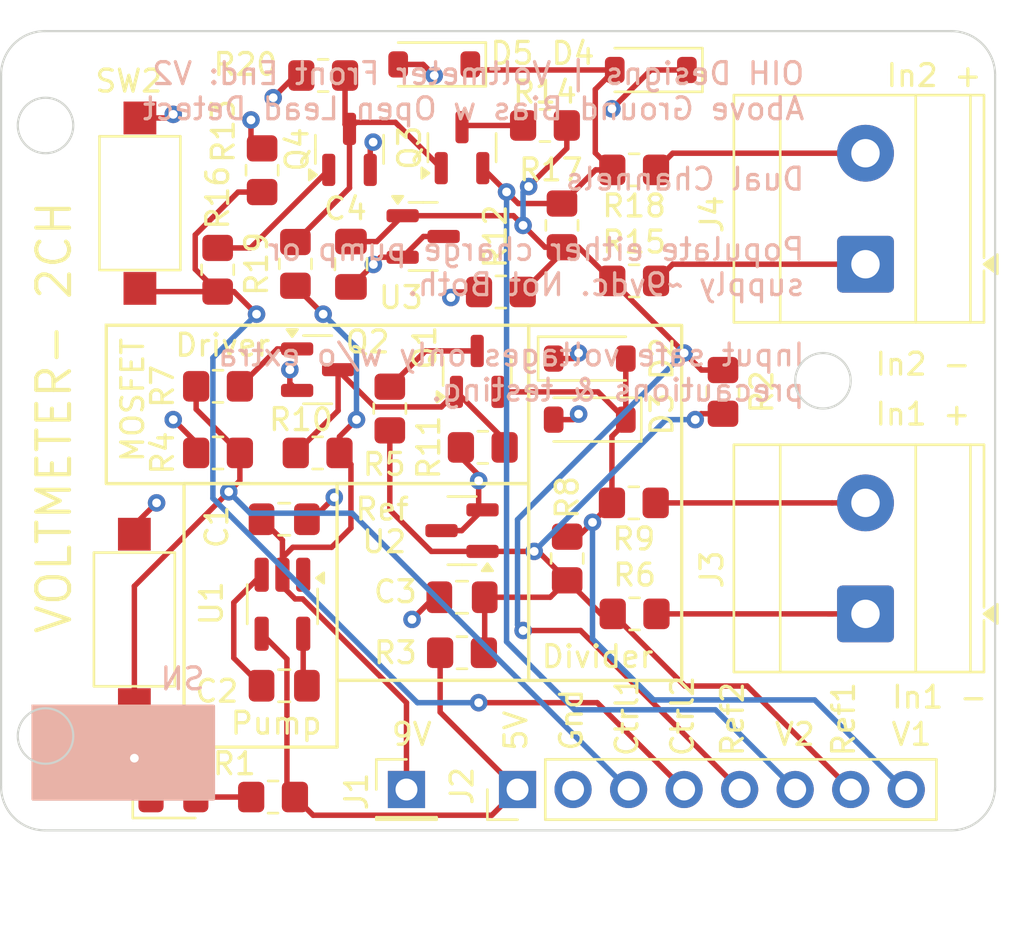
<source format=kicad_pcb>
(kicad_pcb (version 20241229) (generator "pcbnew") (generator_version "9.0")
  (layers (0 "F.Cu" signal) (4 "In1.Cu" signal) (6 "In2.Cu" signal) (2 "B.Cu" signal) (13 "F.Paste" user) (15 "B.Paste" user) (5 "F.SilkS" user "F.Silkscreen") (7 "B.SilkS" user "B.Silkscreen") (1 "F.Mask" user) (3 "B.Mask" user) (25 "Edge.Cuts" user))
  (net 0 "")
  (net 1 "GND")
  (net 2 "+9V")
  (net 3 "VDD")
  (net 4 "/ADC-1")
  (net 5 "MOSFET_Ctrl")
  (net 6 "/V Ref to ADS-2")
  (net 7 "/ADC-3")
  (net 8 "MOSFET_Ctrl2")
  (net 9 "/V Ref to ADS-0")
  (net 10 "/Volt Conditioner/V_Input_Ref")
  (net 11 "/Volt Conditioner/V_Input_Float")
  (net 12 "/Volt Conditioner1/V_Input_Float")
  (net 13 "/Volt Conditioner1/V_Input_Ref")
  (net 14 "Net-(U1-C1-)")
  (net 15 "Net-(U1-C1+)")
  (net 16 "Net-(D1-A)")
  (net 17 "Net-(Q1-D)")
  (net 18 "Net-(Q1-G)")
  (net 19 "Net-(Q2-B)")
  (net 20 "Net-(Q3-G)")
  (net 21 "Net-(Q3-D)")
  (net 22 "Net-(Q4-B)")
  (footprint "Connector_PinHeader_2.54mm:PinHeader_1x01_P2.54mm_Vertical" (layer "F.Cu") (at 111.76 85)
    (property "Reference" "J1" (at -2.286 0.09 90) (layer "F.SilkS"))
    (property "Value" "Conn_01x01_Pin")
    (pad "1" thru_hole rect (at 0 0) (size 1.7 1.7) (drill 1) (layers "*.Cu" "*.Mask") (net 2 "+9V"))
  )
  (footprint "Diode_SMD:D_SOD-123" (layer "F.Cu") (at 113.03 51.816 180)
    (property "Reference" "D5" (at -3.556 0.508 180) (layer "F.SilkS"))
    (property "Value" "D_Schottky")
    (pad "1" smd roundrect (at -1.65 0 180) (size 0.9 1.2) (layers "F.Cu" "F.Mask" "F.Paste") (net 6 "/V Ref to ADS-2"))
    (pad "2" smd roundrect (at 1.65 0 180) (size 0.9 1.2) (layers "F.Cu" "F.Mask" "F.Paste") (net 1 "GND"))
  )
  (footprint "Diode_SMD:D_SOD-123" (layer "F.Cu") (at 120.142 68.072 180)
    (property "Reference" "D3" (at -3.302 0.254 90) (layer "F.SilkS"))
    (property "Value" "D_Schottky")
    (pad "1" smd roundrect (at -1.65 0 180) (size 0.9 1.2) (layers "F.Cu" "F.Mask" "F.Paste") (net 9 "/V Ref to ADS-0"))
    (pad "2" smd roundrect (at 1.65 0 180) (size 0.9 1.2) (layers "F.Cu" "F.Mask" "F.Paste") (net 1 "GND"))
  )
  (footprint "Package_TO_SOT_SMD:SOT-23" (layer "F.Cu") (at 112.522 59.69)
    (property "Reference" "U3" (at -1.016 2.794 0) (layer "F.SilkS"))
    (property "Value" "LM4040DBZ-2.5")
    (pad "1" smd roundrect (at -0.9375 -0.95) (size 1.475 0.6) (layers "F.Cu" "F.Mask" "F.Paste") (net 7 "/ADC-3"))
    (pad "2" smd roundrect (at -0.9375 0.95) (size 1.475 0.6) (layers "F.Cu" "F.Mask" "F.Paste") (net 1 "GND"))
    (pad "3" smd roundrect (at 0.9375 0) (size 1.475 0.6) (layers "F.Cu" "F.Mask" "F.Paste") (net 1 "GND"))
  )
  (footprint "Package_TO_SOT_SMD:SOT-23" (layer "F.Cu") (at 114.3 55.626 90)
    (property "Reference" "Q3" (at 0 -2.4 90) (layer "F.SilkS"))
    (property "Value" "AO3400A MOSFET")
    (pad "1" smd roundrect (at -0.9375 -0.95 90) (size 1.475 0.6) (layers "F.Cu" "F.Mask" "F.Paste") (net 20 "Net-(Q3-G)"))
    (pad "2" smd roundrect (at -0.9375 0.95 90) (size 1.475 0.6) (layers "F.Cu" "F.Mask" "F.Paste") (net 6 "/V Ref to ADS-2"))
    (pad "3" smd roundrect (at 0.9375 0 90) (size 1.475 0.6) (layers "F.Cu" "F.Mask" "F.Paste") (net 21 "Net-(Q3-D)"))
  )
  (footprint "Resistor_SMD:R_0805_2012Metric_Pad1.20x1.40mm_HandSolder" (layer "F.Cu") (at 122.174 56.642 180)
    (property "Reference" "R18" (at 0 -1.65 0) (layer "F.SilkS"))
    (property "Value" "499.0K")
    (pad "1" smd roundrect (at -1 0 180) (size 1.2 1.4) (layers "F.Cu" "F.Mask" "F.Paste") (roundrect_rratio 0.208333) (net 12 "/Volt Conditioner1/V_Input_Float"))
    (pad "2" smd roundrect (at 1 0 180) (size 1.2 1.4) (layers "F.Cu" "F.Mask" "F.Paste") (roundrect_rratio 0.208333) (net 6 "/V Ref to ADS-2"))
  )
  (footprint "Resistor_SMD:R_0805_2012Metric_Pad1.20x1.40mm_HandSolder" (layer "F.Cu") (at 110.998 67.564 -90)
    (property "Reference" "R5" (at 2.556 0.254 0) (layer "F.SilkS"))
    (property "Value" "15K")
    (pad "1" smd roundrect (at -1 0 270) (size 1.2 1.4) (layers "F.Cu" "F.Mask" "F.Paste") (roundrect_rratio 0.208333) (net 17 "Net-(Q1-D)"))
    (pad "2" smd roundrect (at 1 0 270) (size 1.2 1.4) (layers "F.Cu" "F.Mask" "F.Paste") (roundrect_rratio 0.208333) (net 4 "/ADC-1"))
  )
  (footprint "Resistor_SMD:R_0805_2012Metric_Pad1.20x1.40mm_HandSolder" (layer "F.Cu") (at 106.68 60.944 -90)
    (property "Reference" "R19" (at 0 1.778 90) (layer "F.SilkS"))
    (property "Value" "10K")
    (pad "1" smd roundrect (at -1 0 270) (size 1.2 1.4) (layers "F.Cu" "F.Mask" "F.Paste") (roundrect_rratio 0.208333) (net 20 "Net-(Q3-G)"))
    (pad "2" smd roundrect (at 1 0 270) (size 1.2 1.4) (layers "F.Cu" "F.Mask" "F.Paste") (roundrect_rratio 0.208333) (net 2 "+9V"))
  )
  (footprint "Button_Switch_SMD:SW_SPST_CK_RS282G05A3" (layer "F.Cu") (at 99.568 58.166 90)
    (property "Reference" "SW2" (at 5.588 -0.508 180) (layer "F.SilkS"))
    (property "Value" "SW_Push")
    (pad "1" smd rect (at -3.9 0 90) (size 1.5 1.5) (layers "F.Cu" "F.Mask" "F.Paste") (net 8 "MOSFET_Ctrl2"))
    (pad "2" smd rect (at 3.9 0 90) (size 1.5 1.5) (layers "F.Cu" "F.Mask" "F.Paste") (net 1 "GND"))
  )
  (footprint "Resistor_SMD:R_0805_2012Metric_Pad1.20x1.40mm_HandSolder" (layer "F.Cu") (at 107.95 52.324)
    (property "Reference" "R20" (at -3.556 -0.508 0) (layer "F.SilkS"))
    (property "Value" "100K")
    (pad "1" smd roundrect (at -1 0) (size 1.2 1.4) (layers "F.Cu" "F.Mask" "F.Paste") (roundrect_rratio 0.208333) (net 1 "GND"))
    (pad "2" smd roundrect (at 1 0) (size 1.2 1.4) (layers "F.Cu" "F.Mask" "F.Paste") (roundrect_rratio 0.208333) (net 20 "Net-(Q3-G)"))
  )
  (footprint "Resistor_SMD:R_0805_2012Metric_Pad1.20x1.40mm_HandSolder" (layer "F.Cu") (at 119.11 74.427 90)
    (property "Reference" "R8" (at 2.794 0 90) (layer "F.SilkS"))
    (property "Value" "1M")
    (pad "1" smd roundrect (at -1 0 90) (size 1.2 1.4) (layers "F.Cu" "F.Mask" "F.Paste") (roundrect_rratio 0.208333) (net 4 "/ADC-1"))
    (pad "2" smd roundrect (at 1 0 90) (size 1.2 1.4) (layers "F.Cu" "F.Mask" "F.Paste") (roundrect_rratio 0.208333) (net 9 "/V Ref to ADS-0"))
  )
  (footprint "Resistor_SMD:R_0805_2012Metric_Pad1.20x1.40mm_HandSolder" (layer "F.Cu") (at 118.094 54.61)
    (property "Reference" "R14" (at 0 -1.524 0) (layer "F.SilkS"))
    (property "Value" "15K")
    (pad "1" smd roundrect (at -1 0) (size 1.2 1.4) (layers "F.Cu" "F.Mask" "F.Paste") (roundrect_rratio 0.208333) (net 21 "Net-(Q3-D)"))
    (pad "2" smd roundrect (at 1 0) (size 1.2 1.4) (layers "F.Cu" "F.Mask" "F.Paste") (roundrect_rratio 0.208333) (net 7 "/ADC-3"))
  )
  (footprint "Resistor_SMD:R_0805_2012Metric_Pad1.20x1.40mm_HandSolder" (layer "F.Cu") (at 126.238 66.802 90)
    (property "Reference" "R2" (at 0 1.778 90) (layer "F.SilkS"))
    (property "Value" "0")
    (pad "1" smd roundrect (at -1 0 90) (size 1.2 1.4) (layers "F.Cu" "F.Mask" "F.Paste") (roundrect_rratio 0.208333) (net 4 "/ADC-1"))
    (pad "2" smd roundrect (at 1 0 90) (size 1.2 1.4) (layers "F.Cu" "F.Mask" "F.Paste") (roundrect_rratio 0.208333) (net 7 "/ADC-3"))
  )
  (footprint "Resistor_SMD:R_0805_2012Metric_Pad1.20x1.40mm_HandSolder" (layer "F.Cu") (at 118.872 59.182 90)
    (property "Reference" "R17" (at 2.54 -0.508 180) (layer "F.SilkS"))
    (property "Value" "1M")
    (pad "1" smd roundrect (at -1 0 90) (size 1.2 1.4) (layers "F.Cu" "F.Mask" "F.Paste") (roundrect_rratio 0.208333) (net 7 "/ADC-3"))
    (pad "2" smd roundrect (at 1 0 90) (size 1.2 1.4) (layers "F.Cu" "F.Mask" "F.Paste") (roundrect_rratio 0.208333) (net 6 "/V Ref to ADS-2"))
  )
  (footprint "Package_TO_SOT_SMD:SOT-23" (layer "F.Cu") (at 107.696 65.786)
    (property "Reference" "Q2" (at 2.286 -1.27 0) (layer "F.SilkS"))
    (property "Value" "MMBT3904")
    (pad "1" smd roundrect (at -0.9375 -0.95) (size 1.475 0.6) (layers "F.Cu" "F.Mask" "F.Paste") (net 19 "Net-(Q2-B)"))
    (pad "2" smd roundrect (at -0.9375 0.95) (size 1.475 0.6) (layers "F.Cu" "F.Mask" "F.Paste") (net 1 "GND"))
    (pad "3" smd roundrect (at 0.9375 0) (size 1.475 0.6) (layers "F.Cu" "F.Mask" "F.Paste") (net 18 "Net-(Q1-G)"))
  )
  (footprint "Capacitor_SMD:C_0805_2012Metric_Pad1.18x1.45mm_HandSolder" (layer "F.Cu") (at 106.1685 80.24994)
    (property "Reference" "C2" (at -3.0825 0.25 180) (layer "F.SilkS"))
    (property "Value" "4.7uF")
    (pad "1" smd roundrect (at -1.0375 0) (size 1.175 1.45) (layers "F.Cu" "F.Mask" "F.Paste") (roundrect_rratio 0.212766) (net 14 "Net-(U1-C1-)"))
    (pad "2" smd roundrect (at 1.0375 0) (size 1.175 1.45) (layers "F.Cu" "F.Mask" "F.Paste") (roundrect_rratio 0.212766) (net 15 "Net-(U1-C1+)"))
  )
  (footprint "Resistor_SMD:R_0805_2012Metric_Pad1.20x1.40mm_HandSolder" (layer "F.Cu") (at 105.657 85.344 180)
    (property "Reference" "R1" (at 1.771 1.524 0) (layer "F.SilkS"))
    (property "Value" "1K")
    (pad "1" smd roundrect (at -1 0 180) (size 1.2 1.4) (layers "F.Cu" "F.Mask" "F.Paste") (roundrect_rratio 0.208333) (net 3 "VDD"))
    (pad "2" smd roundrect (at 1 0 180) (size 1.2 1.4) (layers "F.Cu" "F.Mask" "F.Paste") (roundrect_rratio 0.208333) (net 16 "Net-(D1-A)"))
  )
  (footprint "Package_TO_SOT_SMD:SOT-23" (layer "F.Cu") (at 114.3 73.152 180)
    (property "Reference" "U2" (at 3.556 -0.508 0) (layer "F.SilkS"))
    (property "Value" "LM4040DBZ-2.5")
    (pad "1" smd roundrect (at -0.9375 -0.95 180) (size 1.475 0.6) (layers "F.Cu" "F.Mask" "F.Paste") (net 4 "/ADC-1"))
    (pad "2" smd roundrect (at -0.9375 0.95 180) (size 1.475 0.6) (layers "F.Cu" "F.Mask" "F.Paste") (net 1 "GND"))
    (pad "3" smd roundrect (at 0.9375 0 180) (size 1.475 0.6) (layers "F.Cu" "F.Mask" "F.Paste") (net 1 "GND"))
  )
  (footprint "Button_Switch_SMD:SW_SPST_CK_RS282G05A3" (layer "F.Cu") (at 99.314 77.216 90)
    (property "Reference" "SW1" (at -6.604 -1.27 90) (layer "F.SilkS"))
    (property "Value" "SW_Push")
    (pad "1" smd rect (at -3.9 0 90) (size 1.5 1.5) (layers "F.Cu" "F.Mask" "F.Paste") (net 5 "MOSFET_Ctrl"))
    (pad "2" smd rect (at 3.9 0 90) (size 1.5 1.5) (layers "F.Cu" "F.Mask" "F.Paste") (net 1 "GND"))
  )
  (footprint "Package_TO_SOT_SMD:SOT-23-5_HandSoldering" (layer "F.Cu") (at 106.086 76.51994 -90)
    (property "Reference" "U1" (at -0.045 3.25 90) (layer "F.SilkS"))
    (property "Value" "MAX1683")
    (pad "1" smd roundrect (at -1.35 -0.95 270) (size 1.56 0.65) (layers "F.Cu" "F.Mask" "F.Paste") (net 1 "GND"))
    (pad "2" smd roundrect (at -1.35 0 270) (size 1.56 0.65) (layers "F.Cu" "F.Mask" "F.Paste") (net 2 "+9V"))
    (pad "3" smd roundrect (at -1.35 0.95 270) (size 1.56 0.65) (layers "F.Cu" "F.Mask" "F.Paste") (net 14 "Net-(U1-C1-)"))
    (pad "4" smd roundrect (at 1.35 0.95 270) (size 1.56 0.65) (layers "F.Cu" "F.Mask" "F.Paste") (net 3 "VDD"))
    (pad "5" smd roundrect (at 1.35 -0.95 270) (size 1.56 0.65) (layers "F.Cu" "F.Mask" "F.Paste") (net 15 "Net-(U1-C1+)"))
  )
  (footprint "Diode_SMD:D_SOD-123" (layer "F.Cu") (at 122.936 52.07 180)
    (property "Reference" "D4" (at 3.556 0.762 180) (layer "F.SilkS"))
    (property "Value" "D_Schottky")
    (pad "1" smd roundrect (at -1.65 0 180) (size 0.9 1.2) (layers "F.Cu" "F.Mask" "F.Paste") (net 3 "VDD"))
    (pad "2" smd roundrect (at 1.65 0 180) (size 0.9 1.2) (layers "F.Cu" "F.Mask" "F.Paste") (net 6 "/V Ref to ADS-2"))
  )
  (footprint "Resistor_SMD:R_0805_2012Metric_Pad1.20x1.40mm_HandSolder" (layer "F.Cu") (at 114.3 78.74)
    (property "Reference" "R3" (at -3.048 0 0) (layer "F.SilkS"))
    (property "Value" "4.7K")
    (pad "1" smd roundrect (at -1 0) (size 1.2 1.4) (layers "F.Cu" "F.Mask" "F.Paste") (roundrect_rratio 0.208333) (net 3 "VDD"))
    (pad "2" smd roundrect (at 1 0) (size 1.2 1.4) (layers "F.Cu" "F.Mask" "F.Paste") (roundrect_rratio 0.208333) (net 4 "/ADC-1"))
  )
  (footprint "Resistor_SMD:R_0805_2012Metric_Pad1.20x1.40mm_HandSolder" (layer "F.Cu") (at 107.696 69.596)
    (property "Reference" "R10" (at -0.762 -1.524 180) (layer "F.SilkS"))
    (property "Value" "10K")
    (pad "1" smd roundrect (at -1 0) (size 1.2 1.4) (layers "F.Cu" "F.Mask" "F.Paste") (roundrect_rratio 0.208333) (net 18 "Net-(Q1-G)"))
    (pad "2" smd roundrect (at 1 0) (size 1.2 1.4) (layers "F.Cu" "F.Mask" "F.Paste") (roundrect_rratio 0.208333) (net 2 "+9V"))
  )
  (footprint "Capacitor_SMD:C_0805_2012Metric_Pad1.18x1.45mm_HandSolder" (layer "F.Cu") (at 114.3 76.2)
    (property "Reference" "C3" (at -3.048 -0.254 0) (layer "F.SilkS"))
    (property "Value" "0.1uF")
    (pad "1" smd roundrect (at -1.0375 0) (size 1.175 1.45) (layers "F.Cu" "F.Mask" "F.Paste") (roundrect_rratio 0.212766) (net 1 "GND"))
    (pad "2" smd roundrect (at 1.0375 0) (size 1.175 1.45) (layers "F.Cu" "F.Mask" "F.Paste") (roundrect_rratio 0.212766) (net 4 "/ADC-1"))
  )
  (footprint "Capacitor_SMD:C_0805_2012Metric_Pad1.18x1.45mm_HandSolder" (layer "F.Cu") (at 106.1685 72.62994 180)
    (property "Reference" "C1" (at 3.0825 -0.345 270) (layer "F.SilkS"))
    (property "Value" "4.7uF")
    (pad "1" smd roundrect (at -1.0375 0 180) (size 1.175 1.45) (layers "F.Cu" "F.Mask" "F.Paste") (roundrect_rratio 0.212766) (net 1 "GND"))
    (pad "2" smd roundrect (at 1.0375 0 180) (size 1.175 1.45) (layers "F.Cu" "F.Mask" "F.Paste") (roundrect_rratio 0.212766) (net 2 "+9V"))
  )
  (footprint "TerminalBlock_Phoenix:TerminalBlock_Phoenix_MKDS-3-2-5.08_1x02_P5.08mm_Horizontal" (layer "F.Cu") (at 132.7555 76.962 90)
    (property "Reference" "J3" (at 2.032 -7.0255 270) (layer "F.SilkS"))
    (property "Value" "Barrel_Jack")
    (pad "1" thru_hole roundrect (at 0 0 90) (size 2.6 2.6) (drill 1.3) (layers "*.Cu" "*.Mask") (roundrect_rratio 0.096154) (net 10 "/Volt Conditioner/V_Input_Ref"))
    (pad "2" thru_hole circle (at 5.08 0 90) (size 2.6 2.6) (drill 1.3) (layers "*.Cu" "*.Mask") (net 11 "/Volt Conditioner/V_Input_Float"))
  )
  (footprint "Resistor_SMD:R_0805_2012Metric_Pad1.20x1.40mm_HandSolder" (layer "F.Cu") (at 105.156 56.658 -90)
    (property "Reference" "R13" (at -1.794 1.778 90) (layer "F.SilkS"))
    (property "Value" "10K")
    (pad "1" smd roundrect (at -1 0 270) (size 1.2 1.4) (layers "F.Cu" "F.Mask" "F.Paste") (roundrect_rratio 0.208333) (net 3 "VDD"))
    (pad "2" smd roundrect (at 1 0 270) (size 1.2 1.4) (layers "F.Cu" "F.Mask" "F.Paste") (roundrect_rratio 0.208333) (net 8 "MOSFET_Ctrl2"))
  )
  (footprint "Resistor_SMD:R_0805_2012Metric_Pad1.20x1.40mm_HandSolder" (layer "F.Cu") (at 122.158 71.882 180)
    (property "Reference" "R9" (at 0 -1.65 0) (layer "F.SilkS"))
    (property "Value" "499.0K")
    (pad "1" smd roundrect (at -1 0 180) (size 1.2 1.4) (layers "F.Cu" "F.Mask" "F.Paste") (roundrect_rratio 0.208333) (net 11 "/Volt Conditioner/V_Input_Float"))
    (pad "2" smd roundrect (at 1 0 180) (size 1.2 1.4) (layers "F.Cu" "F.Mask" "F.Paste") (roundrect_rratio 0.208333) (net 9 "/V Ref to ADS-0"))
  )
  (footprint "Resistor_SMD:R_0805_2012Metric_Pad1.20x1.40mm_HandSolder" (layer "F.Cu") (at 103.14 69.596)
    (property "Reference" "R4" (at -2.54 0 90) (layer "F.SilkS"))
    (property "Value" "10K")
    (pad "1" smd roundrect (at -1 0) (size 1.2 1.4) (layers "F.Cu" "F.Mask" "F.Paste") (roundrect_rratio 0.208333) (net 3 "VDD"))
    (pad "2" smd roundrect (at 1 0) (size 1.2 1.4) (layers "F.Cu" "F.Mask" "F.Paste") (roundrect_rratio 0.208333) (net 5 "MOSFET_Ctrl"))
  )
  (footprint "Capacitor_SMD:C_0805_2012Metric_Pad1.18x1.45mm_HandSolder" (layer "F.Cu") (at 109.22 60.96 90)
    (property "Reference" "C4" (at 2.54 -0.254 180) (layer "F.SilkS"))
    (property "Value" "0.1uF")
    (pad "1" smd roundrect (at -1.0375 0 90) (size 1.175 1.45) (layers "F.Cu" "F.Mask" "F.Paste") (roundrect_rratio 0.212766) (net 1 "GND"))
    (pad "2" smd roundrect (at 1.0375 0 90) (size 1.175 1.45) (layers "F.Cu" "F.Mask" "F.Paste") (roundrect_rratio 0.212766) (net 7 "/ADC-3"))
  )
  (footprint "TerminalBlock_Phoenix:TerminalBlock_Phoenix_MKDS-3-2-5.08_1x02_P5.08mm_Horizontal" (layer "F.Cu") (at 132.7555 60.96 90)
    (property "Reference" "J4" (at 2.286 -7.0255 270) (layer "F.SilkS"))
    (property "Value" "Barrel_Jack")
    (pad "1" thru_hole roundrect (at 0 0 90) (size 2.6 2.6) (drill 1.3) (layers "*.Cu" "*.Mask") (roundrect_rratio 0.096154) (net 13 "/Volt Conditioner1/V_Input_Ref"))
    (pad "2" thru_hole circle (at 5.08 0 90) (size 2.6 2.6) (drill 1.3) (layers "*.Cu" "*.Mask") (net 12 "/Volt Conditioner1/V_Input_Float"))
  )
  (footprint "Package_TO_SOT_SMD:SOT-23" (layer "F.Cu") (at 114.996 65.8645 90)
    (property "Reference" "Q1" (at 1.0945 -2.4 90) (layer "F.SilkS"))
    (property "Value" "AO3400A MOSFET")
    (pad "1" smd roundrect (at -0.9375 -0.95 90) (size 1.475 0.6) (layers "F.Cu" "F.Mask" "F.Paste") (net 18 "Net-(Q1-G)"))
    (pad "2" smd roundrect (at -0.9375 0.95 90) (size 1.475 0.6) (layers "F.Cu" "F.Mask" "F.Paste") (net 9 "/V Ref to ADS-0"))
    (pad "3" smd roundrect (at 0.9375 0 90) (size 1.475 0.6) (layers "F.Cu" "F.Mask" "F.Paste") (net 17 "Net-(Q1-D)"))
  )
  (footprint "Resistor_SMD:R_0805_2012Metric_Pad1.20x1.40mm_HandSolder" (layer "F.Cu") (at 103.124 61.214 90)
    (property "Reference" "R16" (at 3.302 0 90) (layer "F.SilkS"))
    (property "Value" "22K")
    (pad "1" smd roundrect (at -1 0 90) (size 1.2 1.4) (layers "F.Cu" "F.Mask" "F.Paste") (roundrect_rratio 0.208333) (net 8 "MOSFET_Ctrl2"))
    (pad "2" smd roundrect (at 1 0 90) (size 1.2 1.4) (layers "F.Cu" "F.Mask" "F.Paste") (roundrect_rratio 0.208333) (net 22 "Net-(Q4-B)"))
  )
  (footprint "Connector_PinHeader_2.54mm:PinHeader_1x08_P2.54mm_Vertical" (layer "F.Cu") (at 116.84 85 90)
    (property "Reference" "J2" (at 0.164 -2.54 270) (layer "F.SilkS"))
    (property "Value" "Conn_01x08_Pin")
    (pad "1" thru_hole rect (at 0 0 90) (size 1.7 1.7) (drill 1) (layers "*.Cu" "*.Mask") (net 3 "VDD"))
    (pad "2" thru_hole circle (at 0 2.54 90) (size 1.7 1.7) (drill 1) (layers "*.Cu" "*.Mask") (net 1 "GND"))
    (pad "3" thru_hole circle (at 0 5.08 90) (size 1.7 1.7) (drill 1) (layers "*.Cu" "*.Mask") (net 5 "MOSFET_Ctrl"))
    (pad "4" thru_hole circle (at 0 7.62 90) (size 1.7 1.7) (drill 1) (layers "*.Cu" "*.Mask") (net 8 "MOSFET_Ctrl2"))
    (pad "5" thru_hole circle (at 0 10.16 90) (size 1.7 1.7) (drill 1) (layers "*.Cu" "*.Mask") (net 7 "/ADC-3"))
    (pad "6" thru_hole circle (at 0 12.7 90) (size 1.7 1.7) (drill 1) (layers "*.Cu" "*.Mask") (net 6 "/V Ref to ADS-2"))
    (pad "7" thru_hole circle (at 0 15.24 90) (size 1.7 1.7) (drill 1) (layers "*.Cu" "*.Mask") (net 4 "/ADC-1"))
    (pad "8" thru_hole circle (at 0 17.78 90) (size 1.7 1.7) (drill 1) (layers "*.Cu" "*.Mask") (net 9 "/V Ref to ADS-0"))
  )
  (footprint "Resistor_SMD:R_0805_2012Metric_Pad1.20x1.40mm_HandSolder" (layer "F.Cu") (at 115.25 69.342)
    (property "Reference" "R11" (at -2.474 0 90) (layer "F.SilkS"))
    (property "Value" "100K")
    (pad "1" smd roundrect (at -1 0) (size 1.2 1.4) (layers "F.Cu" "F.Mask" "F.Paste") (roundrect_rratio 0.208333) (net 1 "GND"))
    (pad "2" smd roundrect (at 1 0) (size 1.2 1.4) (layers "F.Cu" "F.Mask" "F.Paste") (roundrect_rratio 0.208333) (net 18 "Net-(Q1-G)"))
  )
  (footprint "Resistor_SMD:R_0805_2012Metric_Pad1.20x1.40mm_HandSolder" (layer "F.Cu") (at 116.078 62.23)
    (property "Reference" "R12" (at -0.254 -2.54 90) (layer "F.SilkS"))
    (property "Value" "4.7K")
    (pad "1" smd roundrect (at -1 0) (size 1.2 1.4) (layers "F.Cu" "F.Mask" "F.Paste") (roundrect_rratio 0.208333) (net 3 "VDD"))
    (pad "2" smd roundrect (at 1 0) (size 1.2 1.4) (layers "F.Cu" "F.Mask" "F.Paste") (roundrect_rratio 0.208333) (net 7 "/ADC-3"))
  )
  (footprint "LED_SMD:LED_0805_2012Metric_Pad1.15x1.40mm_HandSolder" (layer "F.Cu") (at 101.101 85.344)
    (property "Reference" "D1" (at -0.517 -2.54 0) (layer "F.SilkS"))
    (property "Value" "LED")
    (pad "1" smd roundrect (at -1.025 0) (size 1.15 1.4) (layers "F.Cu" "F.Mask" "F.Paste") (roundrect_rratio 0.217391) (net 1 "GND"))
    (pad "2" smd roundrect (at 1.025 0) (size 1.15 1.4) (layers "F.Cu" "F.Mask" "F.Paste") (roundrect_rratio 0.217391) (net 16 "Net-(D1-A)"))
  )
  (footprint "Resistor_SMD:R_0805_2012Metric_Pad1.20x1.40mm_HandSolder" (layer "F.Cu") (at 103.14 66.548)
    (property "Reference" "R7" (at -2.54 0 90) (layer "F.SilkS"))
    (property "Value" "22K")
    (pad "1" smd roundrect (at -1 0) (size 1.2 1.4) (layers "F.Cu" "F.Mask" "F.Paste") (roundrect_rratio 0.208333) (net 5 "MOSFET_Ctrl"))
    (pad "2" smd roundrect (at 1 0) (size 1.2 1.4) (layers "F.Cu" "F.Mask" "F.Paste") (roundrect_rratio 0.208333) (net 19 "Net-(Q2-B)"))
  )
  (footprint "Package_TO_SOT_SMD:SOT-23" (layer "F.Cu") (at 109.154 55.7045 90)
    (property "Reference" "Q4" (at 0 -2.4 90) (layer "F.SilkS"))
    (property "Value" "MMBT3904")
    (pad "1" smd roundrect (at -0.9375 -0.95 90) (size 1.475 0.6) (layers "F.Cu" "F.Mask" "F.Paste") (net 22 "Net-(Q4-B)"))
    (pad "2" smd roundrect (at -0.9375 0.95 90) (size 1.475 0.6) (layers "F.Cu" "F.Mask" "F.Paste") (net 1 "GND"))
    (pad "3" smd roundrect (at 0.9375 0 90) (size 1.475 0.6) (layers "F.Cu" "F.Mask" "F.Paste") (net 20 "Net-(Q3-G)"))
  )
  (footprint "Resistor_SMD:R_0805_2012Metric_Pad1.20x1.40mm_HandSolder" (layer "F.Cu") (at 122.174 61.722 180)
    (property "Reference" "R15" (at 0 1.778 0) (layer "F.SilkS"))
    (property "Value" "499.0K")
    (pad "1" smd roundrect (at -1 0 180) (size 1.2 1.4) (layers "F.Cu" "F.Mask" "F.Paste") (roundrect_rratio 0.208333) (net 13 "/Volt Conditioner1/V_Input_Ref"))
    (pad "2" smd roundrect (at 1 0 180) (size 1.2 1.4) (layers "F.Cu" "F.Mask" "F.Paste") (roundrect_rratio 0.208333) (net 7 "/ADC-3"))
  )
  (footprint "Resistor_SMD:R_0805_2012Metric_Pad1.20x1.40mm_HandSolder" (layer "F.Cu") (at 122.194 76.962 180)
    (property "Reference" "R6" (at 0 1.778 0) (layer "F.SilkS"))
    (property "Value" "499.0K")
    (pad "1" smd roundrect (at -1 0 180) (size 1.2 1.4) (layers "F.Cu" "F.Mask" "F.Paste") (roundrect_rratio 0.208333) (net 10 "/Volt Conditioner/V_Input_Ref"))
    (pad "2" smd roundrect (at 1 0 180) (size 1.2 1.4) (layers "F.Cu" "F.Mask" "F.Paste") (roundrect_rratio 0.208333) (net 4 "/ADC-1"))
  )
  (footprint "Diode_SMD:D_SOD-123" (layer "F.Cu") (at 120.142 65.278)
    (property "Reference" "D2" (at 3.302 0 90) (layer "F.SilkS"))
    (property "Value" "D_Schottky")
    (pad "1" smd roundrect (at -1.65 0) (size 0.9 1.2) (layers "F.Cu" "F.Mask" "F.Paste") (net 3 "VDD"))
    (pad "2" smd roundrect (at 1.65 0) (size 0.9 1.2) (layers "F.Cu" "F.Mask" "F.Paste") (net 9 "/V Ref to ADS-0"))
  )
  (gr_line (start 104.586 71.002) (end 101.586 71.002) (stroke (width 0.15)) (layer "F.SilkS"))
  (gr_rect (start 98.03 63.752) (end 117.348 71.002) (stroke (width 0.15)) (fill no) (layer "F.SilkS"))
  (gr_line (start 101.586 71.002) (end 101.586 83.058) (stroke (width 0.15)) (layer "F.SilkS"))
  (gr_line (start 108.586 80.002) (end 108.586 83.058) (stroke (width 0.15)) (layer "F.SilkS"))
  (gr_line (start 101.586 83.058) (end 108.586 83.058) (stroke (width 0.15)) (layer "F.SilkS"))
  (gr_rect (start 117.348 63.757) (end 124.348 80.007) (stroke (width 0.15)) (fill no) (layer "F.SilkS"))
  (gr_rect (start 108.586 71.002) (end 117.348 80.002) (stroke (width 0.15)) (fill no) (layer "F.SilkS"))
  (gr_rect (start 94.681 81.187) (end 102.931 85.437) (stroke (width 0.15)) (fill yes) (layer "B.SilkS"))
  (gr_circle (center 95.25 82.55) (end 96.52 82.55) (stroke (width 0.1)) (fill no) (layer "Edge.Cuts"))
  (gr_line (start 95.218 50.292) (end 136.684 50.292) (stroke (width 0.1)) (layer "Edge.Cuts"))
  (gr_line (start 136.684 86.868) (end 95.218 86.868) (stroke (width 0.1)) (layer "Edge.Cuts"))
  (gr_line (start 138.684 52.292) (end 138.684 84.868) (stroke (width 0.1)) (layer "Edge.Cuts"))
  (gr_arc (start 136.684 50.292) (mid 138.098214 50.877786) (end 138.684 52.292) (stroke (width 0.1)) (layer "Edge.Cuts"))
  (gr_arc (start 95.218 86.868) (mid 93.803786 86.282214) (end 93.218 84.868) (stroke (width 0.1)) (layer "Edge.Cuts"))
  (gr_circle (center 95.25 54.61) (end 96.52 54.61) (stroke (width 0.1)) (fill no) (layer "Edge.Cuts"))
  (gr_arc (start 138.684 84.868) (mid 138.098214 86.282214) (end 136.684 86.868) (stroke (width 0.1)) (layer "Edge.Cuts"))
  (gr_arc (start 93.218 52.292) (mid 93.803786 50.877786) (end 95.218 50.292) (stroke (width 0.1)) (layer "Edge.Cuts"))
  (gr_line (start 93.218 84.868) (end 93.218 52.292) (stroke (width 0.1)) (layer "Edge.Cuts"))
  (gr_circle (center 130.81 66.294) (end 132.08 66.294) (stroke (width 0.1)) (fill no) (layer "Edge.Cuts"))
  (gr_text "In1 -" (at 136.144 80.772 0) (layer "F.SilkS") (effects (font (size 1 1))))
  (gr_text "Divider" (at 117.856 79.502 0) (layer "F.SilkS") (effects (font (size 1 1)) (justify left bottom)))
  (gr_text "Ref2" (at 127.254 83.566 90) (layer "F.SilkS") (effects (font (size 1 1)) (justify left bottom)))
  (gr_text "In2 +" (at 135.89 52.324 0) (layer "F.SilkS") (effects (font (size 1 1))))
  (gr_text "Ctrl2" (at 124.968 83.566 90) (layer "F.SilkS") (effects (font (size 1 1)) (justify left bottom)))
  (gr_text "In1 +" (at 135.382 67.818 0) (layer "F.SilkS") (effects (font (size 1 1))))
  (gr_text "MOSFET" (at 99.822 70.104 90) (layer "F.SilkS") (effects (font (size 1 1)) (justify left bottom)))
  (gr_text "5V" (at 117.348 83.312 90) (layer "F.SilkS") (effects (font (size 1 1)) (justify left bottom)))
  (gr_text "V1" (at 133.858 83.058 0) (layer "F.SilkS") (effects (font (size 1 1)) (justify left bottom)))
  (gr_text "Gnd" (at 119.888 83.312 90) (layer "F.SilkS") (effects (font (size 1 1)) (justify left bottom)))
  (gr_text "VOLTMETER- 2CH" (at 96.52 77.978 90) (layer "F.SilkS") (effects (font (size 1.5 1.5) (thickness 0.1875)) (justify left bottom)))
  (gr_text "Ref1" (at 132.334 83.566 90) (layer "F.SilkS") (effects (font (size 1 1)) (justify left bottom)))
  (gr_text "In2 -" (at 135.382 65.532 0) (layer "F.SilkS") (effects (font (size 1 1))))
  (gr_text "Driver" (at 101.092 65.25 0) (layer "F.SilkS") (effects (font (size 1 1)) (justify left bottom)))
  (gr_text "Pump" (at 103.632 82.55 0) (layer "F.SilkS") (effects (font (size 1 1)) (justify left bottom)))
  (gr_text "9V" (at 110.998 83.058 0) (layer "F.SilkS") (effects (font (size 1 1)) (justify left bottom)))
  (gr_text "V2" (at 128.524 83.058 0) (layer "F.SilkS") (effects (font (size 1 1)) (justify left bottom)))
  (gr_text "Ref" (at 109.336 72.752 0) (layer "F.SilkS") (effects (font (size 1 1)) (justify left bottom)))
  (gr_text "Ctrl1" (at 122.428 83.566 90) (layer "F.SilkS") (effects (font (size 1 1)) (justify left bottom)))
  (gr_text "OIH Designs | Voltmeter Front End: V2\nAbove Ground Bias w Open Lead Detect\n\nDual Channels\n\nPopulate either charge pump or \nsupply ~9vdc. Not Both.\n\nInput safe voltages only w/o extra \nprecautions & testing." (at 130.048 67.31 0) (layer "B.SilkS") (effects (font (size 1 1)) (justify left bottom mirror)))
  (gr_text "SN" (at 102.616 80.518 0) (layer "B.SilkS") (effects (font (size 1 1)) (justify left bottom mirror)))
  (segment (start 114.2875 73.152) (end 115.2375 72.202) (width 0.25) (layer "F.Cu") (net 1))
  (segment (start 115.062 70.866) (end 115.062 72.0265) (width 0.25) (layer "F.Cu") (net 1))
  (segment (start 113.3625 73.152) (end 114.2875 73.152) (width 0.25) (layer "F.Cu") (net 1))
  (segment (start 113.4595 59.69) (end 112.5345 59.69) (width 0.25) (layer "F.Cu") (net 1))
  (segment (start 106.95 52.324) (end 106.68 52.324) (width 0.25) (layer "F.Cu") (net 1))
  (segment (start 119.38 68.072) (end 119.634 67.818) (width 0.25) (layer "F.Cu") (net 1))
  (segment (start 113.2625 76.2) (end 113.03 76.2) (width 0.25) (layer "F.Cu") (net 1))
  (segment (start 106.7585 66.736) (end 106.426 66.4035) (width 0.25) (layer "F.Cu") (net 1))
  (segment (start 111.5845 60.64) (end 110.5775 60.64) (width 0.25) (layer "F.Cu") (net 1))
  (segment (start 106.68 52.324) (end 105.664 53.34) (width 0.25) (layer "F.Cu") (net 1))
  (segment (start 114.25 69.8) (end 114.25 69.342) (width 0.25) (layer "F.Cu") (net 1))
  (segment (start 107.45606 72.62994) (end 108.458 71.628) (width 0.25) (layer "F.Cu") (net 1))
  (segment (start 115.062 72.0265) (end 115.2375 72.202) (width 0.25) (layer "F.Cu") (net 1))
  (segment (start 113.03 76.2) (end 112.014 77.216) (width 0.25) (layer "F.Cu") (net 1))
  (segment (start 106.426 66.4035) (end 106.426 65.786) (width 0.25) (layer "F.Cu") (net 1))
  (segment (start 100.076 84.328) (end 99.314 83.566) (width 0.25) (layer "F.Cu") (net 1))
  (segment (start 115.062 70.612) (end 114.25 69.8) (width 0.25) (layer "F.Cu") (net 1))
  (segment (start 99.314 72.898) (end 100.33 71.882) (width 0.25) (layer "F.Cu") (net 1))
  (segment (start 115.062 70.866) (end 115.062 70.612) (width 0.25) (layer "F.Cu") (net 1))
  (segment (start 110.5775 60.64) (end 110.24675 60.97075) (width 0.25) (layer "F.Cu") (net 1))
  (segment (start 112.522 51.816) (end 113.03 52.324) (width 0.25) (layer "F.Cu") (net 1))
  (segment (start 99.314 73.316) (end 99.314 72.898) (width 0.25) (layer "F.Cu") (net 1))
  (segment (start 112.5345 59.69) (end 111.5845 60.64) (width 0.25) (layer "F.Cu") (net 1))
  (segment (start 110.24675 60.97075) (end 109.22 61.9975) (width 0.25) (layer "F.Cu") (net 1))
  (segment (start 100.928 54.266) (end 101.092 54.102) (width 0.25) (layer "F.Cu") (net 1))
  (segment (start 118.492 68.072) (end 119.38 68.072) (width 0.25) (layer "F.Cu") (net 1))
  (segment (start 110.104 56.642) (end 110.104 55.504) (width 0.25) (layer "F.Cu") (net 1))
  (segment (start 100.076 85.344) (end 100.076 84.328) (width 0.25) (layer "F.Cu") (net 1))
  (segment (start 110.104 55.504) (end 110.236 55.372) (width 0.25) (layer "F.Cu") (net 1))
  (segment (start 111.38 51.816) (end 112.522 51.816) (width 0.25) (layer "F.Cu") (net 1))
  (segment (start 99.568 54.266) (end 100.928 54.266) (width 0.25) (layer "F.Cu") (net 1))
  (segment (start 107.206 72.62994) (end 107.45606 72.62994) (width 0.25) (layer "F.Cu") (net 1))
  (via (at 108.458 71.628) (size 0.8) (drill 0.4) (layers "F.Cu" "B.Cu") (net 1))
  (via (at 113.03 52.324) (size 0.8) (drill 0.4) (layers "F.Cu" "B.Cu") (net 1))
  (via (at 110.236 55.372) (size 0.8) (drill 0.4) (layers "F.Cu" "B.Cu") (net 1))
  (via (at 112.014 77.216) (size 0.8) (drill 0.4) (layers "F.Cu" "B.Cu") (net 1))
  (via (at 101.092 54.102) (size 0.8) (drill 0.4) (layers "F.Cu" "B.Cu") (net 1))
  (via (at 106.426 65.786) (size 0.8) (drill 0.4) (layers "F.Cu" "B.Cu") (net 1))
  (via (at 119.634 67.818) (size 0.8) (drill 0.4) (layers "F.Cu" "B.Cu") (net 1))
  (via (at 110.24675 60.97075) (size 0.8) (drill 0.4) (layers "F.Cu" "B.Cu") (net 1))
  (via (at 105.664 53.34) (size 0.8) (drill 0.4) (layers "F.Cu" "B.Cu") (net 1))
  (via (at 115.062 70.866) (size 0.8) (drill 0.4) (layers "F.Cu" "B.Cu") (net 1))
  (via (at 100.33 71.882) (size 0.8) (drill 0.4) (layers "F.Cu" "B.Cu") (net 1))
  (via (at 99.314 83.566) (size 0.8) (drill 0.4) (layers "F.Cu" "B.Cu") (net 1))
  (segment (start 108.336 73.914) (end 109.22 73.03) (width 0.25) (layer "F.Cu") (net 2))
  (segment (start 106.086 75.695286) (end 106.086 75.16994) (width 0.25) (layer "F.Cu") (net 2))
  (segment (start 109.22 73.03) (end 109.22 70.12) (width 0.25) (layer "F.Cu") (net 2))
  (segment (start 106.561941 73.914) (end 108.336 73.914) (width 0.25) (layer "F.Cu") (net 2))
  (segment (start 106.68 61.976) (end 107.95 63.246) (width 0.25) (layer "F.Cu") (net 2))
  (segment (start 108.696 68.85) (end 109.474 68.072) (width 0.25) (layer "F.Cu") (net 2))
  (segment (start 108.696 69.596) (end 108.696 68.85) (width 0.25) (layer "F.Cu") (net 2))
  (segment (start 107.00994 76.27594) (end 106.666654 76.27594) (width 0.25) (layer "F.Cu") (net 2))
  (segment (start 106.666654 76.27594) (end 106.086 75.695286) (width 0.25) (layer "F.Cu") (net 2))
  (segment (start 111.76 85) (end 111.76 81.026) (width 0.25) (layer "F.Cu") (net 2))
  (segment (start 106.68 61.944) (end 106.68 61.976) (width 0.25) (layer "F.Cu") (net 2))
  (segment (start 106.086 74.389941) (end 106.561941 73.914) (width 0.25) (layer "F.Cu") (net 2))
  (segment (start 106.086 75.16994) (end 106.086 73.58494) (width 0.25) (layer "F.Cu") (net 2))
  (segment (start 109.22 70.12) (end 108.696 69.596) (width 0.25) (layer "F.Cu") (net 2))
  (segment (start 106.086 75.16994) (end 106.086 74.389941) (width 0.25) (layer "F.Cu") (net 2))
  (segment (start 106.086 73.58494) (end 105.131 72.62994) (width 0.25) (layer "F.Cu") (net 2))
  (segment (start 111.76 81.026) (end 107.00994 76.27594) (width 0.25) (layer "F.Cu") (net 2))
  (via (at 109.474 68.072) (size 0.8) (drill 0.4) (layers "F.Cu" "B.Cu") (net 2))
  (via (at 107.95 63.246) (size 0.8) (drill 0.4) (layers "F.Cu" "B.Cu") (net 2))
  (segment (start 107.95 63.246) (end 109.474 64.77) (width 0.25) (layer "B.Cu") (net 2))
  (segment (start 109.474 64.77) (end 109.474 68.072) (width 0.25) (layer "B.Cu") (net 2))
  (segment (start 106.2925 79.02644) (end 106.2925 84.9795) (width 0.25) (layer "F.Cu") (net 3))
  (segment (start 122.936 52.07) (end 124.586 52.07) (width 0.25) (layer "F.Cu") (net 3))
  (segment (start 104.648 55.15) (end 105.156 55.658) (width 0.25) (layer "F.Cu") (net 3))
  (segment (start 114.046 62.23) (end 113.792 62.484) (width 0.25) (layer "F.Cu") (net 3))
  (segment (start 113.3 78.74) (end 113.3 81.46) (width 0.25) (layer "F.Cu") (net 3))
  (segment (start 118.492 65.278) (end 119.38 65.278) (width 0.25) (layer "F.Cu") (net 3))
  (segment (start 113.3 81.46) (end 116.84 85) (width 0.25) (layer "F.Cu") (net 3))
  (segment (start 107.489 86.176) (end 115.664 86.176) (width 0.25) (layer "F.Cu") (net 3))
  (segment (start 104.648 54.356) (end 104.648 55.15) (width 0.25) (layer "F.Cu") (net 3))
  (segment (start 102.14 69.12) (end 101.092 68.072) (width 0.25) (layer "F.Cu") (net 3))
  (segment (start 106.657 85.344) (end 107.489 86.176) (width 0.25) (layer "F.Cu") (net 3))
  (segment (start 102.14 69.596) (end 102.14 69.12) (width 0.25) (layer "F.Cu") (net 3))
  (segment (start 106.2925 84.9795) (end 106.657 85.344) (width 0.25) (layer "F.Cu") (net 3))
  (segment (start 115.078 62.23) (end 114.046 62.23) (width 0.25) (layer "F.Cu") (net 3))
  (segment (start 119.38 65.278) (end 119.634 65.024) (width 0.25) (layer "F.Cu") (net 3))
  (segment (start 105.136 77.86994) (end 106.2925 79.02644) (width 0.25) (layer "F.Cu") (net 3))
  (segment (start 121.158 53.848) (end 122.936 52.07) (width 0.25) (layer "F.Cu") (net 3))
  (segment (start 115.664 86.176) (end 116.84 85) (width 0.25) (layer "F.Cu") (net 3))
  (via (at 101.092 68.072) (size 0.8) (drill 0.4) (layers "F.Cu" "B.Cu") (net 3))
  (via (at 104.648 54.356) (size 0.8) (drill 0.4) (layers "F.Cu" "B.Cu") (net 3))
  (via (at 113.792 62.484) (size 0.8) (drill 0.4) (layers "F.Cu" "B.Cu") (net 3))
  (via (at 119.634 65.024) (size 0.8) (drill 0.4) (layers "F.Cu" "B.Cu") (net 3))
  (via (at 121.158 53.848) (size 0.8) (drill 0.4) (layers "F.Cu" "B.Cu") (net 3))
  (segment (start 115.3375 78.7025) (end 115.3 78.74) (width 0.25) (layer "F.Cu") (net 4))
  (segment (start 115.3375 76.2) (end 115.3375 78.7025) (width 0.25) (layer "F.Cu") (net 4))
  (segment (start 117.602 74.102) (end 117.785 74.102) (width 0.25) (layer "F.Cu") (net 4))
  (segment (start 115.2375 74.102) (end 117.602 74.102) (width 0.25) (layer "F.Cu") (net 4))
  (segment (start 121.194 76.962) (end 120.645 76.962) (width 0.25) (layer "F.Cu") (net 4))
  (segment (start 110.998 72.202322) (end 112.897678 74.102) (width 0.25) (layer "F.Cu") (net 4))
  (segment (start 124.496 80.264) (end 127.344 80.264) (width 0.25) (layer "F.Cu") (net 4))
  (segment (start 121.194 76.962) (end 124.496 80.264) (width 0.25) (layer "F.Cu") (net 4))
  (segment (start 110.998 68.564) (end 110.998 72.202322) (width 0.25) (layer "F.Cu") (net 4))
  (segment (start 127.344 80.264) (end 132.08 85) (width 0.25) (layer "F.Cu") (net 4))
  (segment (start 112.897678 74.102) (end 115.2375 74.102) (width 0.25) (layer "F.Cu") (net 4))
  (segment (start 117.785 74.102) (end 119.11 75.427) (width 0.25) (layer "F.Cu") (net 4))
  (segment (start 125.238 67.802) (end 124.968 68.072) (width 0.25) (layer "F.Cu") (net 4))
  (segment (start 126.238 67.802) (end 125.238 67.802) (width 0.25) (layer "F.Cu") (net 4))
  (segment (start 118.337 76.2) (end 119.11 75.427) (width 0.25) (layer "F.Cu") (net 4))
  (segment (start 115.3375 76.2) (end 118.337 76.2) (width 0.25) (layer "F.Cu") (net 4))
  (segment (start 120.645 76.962) (end 119.11 75.427) (width 0.25) (layer "F.Cu") (net 4))
  (via (at 117.602 74.102) (size 0.8) (drill 0.4) (layers "F.Cu" "B.Cu") (net 4))
  (via (at 124.968 68.072) (size 0.8) (drill 0.4) (layers "F.Cu" "B.Cu") (net 4))
  (segment (start 123.632 68.072) (end 124.968 68.072) (width 0.25) (layer "B.Cu") (net 4))
  (segment (start 117.602 74.102) (end 123.632 68.072) (width 0.25) (layer "B.Cu") (net 4))
  (segment (start 102.14 67.596) (end 104.14 69.596) (width 0.25) (layer "F.Cu") (net 5))
  (segment (start 99.314 75.692) (end 104.14 70.866) (width 0.25) (layer "F.Cu") (net 5))
  (segment (start 104.14 70.866) (end 104.14 69.596) (width 0.25) (layer "F.Cu") (net 5))
  (segment (start 102.14 66.548) (end 102.14 67.596) (width 0.25) (layer "F.Cu") (net 5))
  (segment (start 99.314 81.116) (end 99.314 75.692) (width 0.25) (layer "F.Cu") (net 5))
  (via (at 103.632 71.374) (size 0.8) (drill 0.4) (layers "F.Cu" "B.Cu") (net 5))
  (segment (start 104.612 72.354) (end 103.632 71.374) (width 0.25) (layer "B.Cu") (net 5))
  (segment (start 121.92 85) (end 109.274 72.354) (width 0.25) (layer "B.Cu") (net 5))
  (segment (start 109.274 72.354) (end 104.612 72.354) (width 0.25) (layer "B.Cu") (net 5))
  (segment (start 114.934 52.07) (end 114.68 51.816) (width 0.25) (layer "F.Cu") (net 6))
  (segment (start 116.8685 58.182) (end 116.33825 57.65175) (width 0.25) (layer "F.Cu") (net 6))
  (segment (start 121.174 56.642) (end 120.412 56.642) (width 0.25) (layer "F.Cu") (net 6))
  (segment (start 118.872 58.182) (end 116.8685 58.182) (width 0.25) (layer "F.Cu") (net 6))
  (segment (start 121.286 52.07) (end 120.396 52.96) (width 0.25) (layer "F.Cu") (net 6))
  (segment (start 120.412 56.642) (end 118.872 58.182) (width 0.25) (layer "F.Cu") (net 6))
  (segment (start 121.286 52.07) (end 114.934 52.07) (width 0.25) (layer "F.Cu") (net 6))
  (segment (start 120.396 52.96) (end 120.396 55.864) (width 0.25) (layer "F.Cu") (net 6))
  (segment (start 116.33825 57.65175) (end 115.25 56.5635) (width 0.25) (layer "F.Cu") (net 6))
  (segment (start 120.396 55.864) (end 121.174 56.642) (width 0.25) (layer "F.Cu") (net 6))
  (via (at 116.33825 57.65175) (size 0.8) (drill 0.4) (layers "F.Cu" "B.Cu") (net 6))
  (segment (start 125.89 81.35) (end 129.54 85) (width 0.25) (layer "B.Cu") (net 6))
  (segment (start 116.33825 78.23825) (end 119.45 81.35) (width 0.25) (layer "B.Cu") (net 6))
  (segment (start 116.33825 57.65175) (end 116.33825 78.23825) (width 0.25) (layer "B.Cu") (net 6))
  (segment (start 119.45 81.35) (end 125.89 81.35) (width 0.25) (layer "B.Cu") (net 6))
  (segment (start 119.094 55.658) (end 117.348 57.404) (width 0.25) (layer "F.Cu") (net 7))
  (segment (start 118.872 60.182) (end 119.634 60.182) (width 0.25) (layer "F.Cu") (net 7))
  (segment (start 109.22 59.9225) (end 110.402 59.9225) (width 0.25) (layer "F.Cu") (net 7))
  (segment (start 127 85) (end 119.724 77.724) (width 0.25) (layer "F.Cu") (net 7))
  (segment (start 118.872 60.436) (end 117.078 62.23) (width 0.25) (layer "F.Cu") (net 7))
  (segment (start 119.724 77.724) (end 117.094 77.724) (width 0.25) (layer "F.Cu") (net 7))
  (segment (start 118.094 60.182) (end 117.094 59.182) (width 0.25) (layer "F.Cu") (net 7))
  (segment (start 118.872 60.182) (end 118.872 60.436) (width 0.25) (layer "F.Cu") (net 7))
  (segment (start 126.238 65.802) (end 125.254 65.802) (width 0.25) (layer "F.Cu") (net 7))
  (segment (start 119.634 60.182) (end 121.174 61.722) (width 0.25) (layer "F.Cu") (net 7))
  (segment (start 116.652 58.74) (end 117.094 59.182) (width 0.25) (layer "F.Cu") (net 7))
  (segment (start 119.094 54.61) (end 119.094 55.658) (width 0.25) (layer "F.Cu") (net 7))
  (segment (start 125.254 65.802) (end 121.174 61.722) (width 0.25) (layer "F.Cu") (net 7))
  (segment (start 110.402 59.9225) (end 111.5845 58.74) (width 0.25) (layer "F.Cu") (net 7))
  (segment (start 111.5845 58.74) (end 116.652 58.74) (width 0.25) (layer "F.Cu") (net 7))
  (segment (start 118.872 60.182) (end 118.094 60.182) (width 0.25) (layer "F.Cu") (net 7))
  (via (at 117.094 59.182) (size 0.8) (drill 0.4) (layers "F.Cu" "B.Cu") (net 7))
  (via (at 124.46 65.024) (size 0.8) (drill 0.4) (layers "F.Cu" "B.Cu") (net 7))
  (via (at 117.094 77.724) (size 0.8) (drill 0.4) (layers "F.Cu" "B.Cu") (net 7))
  (via (at 117.348 57.404) (size 0.8) (drill 0.4) (layers "F.Cu" "B.Cu") (net 7))
  (segment (start 117.094 57.658) (end 117.348 57.404) (width 0.25) (layer "B.Cu") (net 7))
  (segment (start 117.094 59.182) (end 117.094 57.658) (width 0.25) (layer "B.Cu") (net 7))
  (segment (start 117.094 77.724) (end 116.84 77.47) (width 0.25) (layer "B.Cu") (net 7))
  (segment (start 116.84 72.644) (end 124.46 65.024) (width 0.25) (layer "B.Cu") (net 7))
  (segment (start 116.84 77.47) (end 116.84 72.644) (width 0.25) (layer "B.Cu") (net 7))
  (segment (start 104.058486 57.658) (end 102.098 59.618486) (width 0.25) (layer "F.Cu") (net 8))
  (segment (start 103.124 62.214) (end 103.87 62.214) (width 0.25) (layer "F.Cu") (net 8))
  (segment (start 124.46 85) (end 120.486 81.026) (width 0.25) (layer "F.Cu") (net 8))
  (segment (start 103.124 62.214) (end 99.716 62.214) (width 0.25) (layer "F.Cu") (net 8))
  (segment (start 105.156 57.658) (end 104.058486 57.658) (width 0.25) (layer "F.Cu") (net 8))
  (segment (start 120.486 81.026) (end 115.062 81.026) (width 0.25) (layer "F.Cu") (net 8))
  (segment (start 102.098 59.618486) (end 102.098 61.188) (width 0.25) (layer "F.Cu") (net 8))
  (segment (start 103.87 62.214) (end 104.902 63.246) (width 0.25) (layer "F.Cu") (net 8))
  (segment (start 102.098 61.188) (end 103.124 62.214) (width 0.25) (layer "F.Cu") (net 8))
  (segment (start 99.716 62.214) (end 99.568 62.066) (width 0.25) (layer "F.Cu") (net 8))
  (via (at 104.902 63.246) (size 0.8) (drill 0.4) (layers "F.Cu" "B.Cu") (net 8))
  (via (at 115.062 81.026) (size 0.8) (drill 0.4) (layers "F.Cu" "B.Cu") (net 8))
  (segment (start 104.902 63.246) (end 102.906 65.242) (width 0.25) (layer "B.Cu") (net 8))
  (segment (start 112.25728 81.026) (end 115.062 81.026) (width 0.25) (layer "B.Cu") (net 8))
  (segment (start 102.906 71.67472) (end 112.25728 81.026) (width 0.25) (layer "B.Cu") (net 8))
  (segment (start 102.906 65.242) (end 102.906 71.67472) (width 0.25) (layer "B.Cu") (net 8))
  (segment (start 121.792 65.278) (end 121.792 68.072) (width 0.25) (layer "F.Cu") (net 9))
  (segment (start 121.792 68.072) (end 121.792 68.2) (width 0.25) (layer "F.Cu") (net 9))
  (segment (start 121.792 68.2) (end 121.158 68.834) (width 0.25) (layer "F.Cu") (net 9))
  (segment (start 120.522 66.802) (end 121.792 68.072) (width 0.25) (layer "F.Cu") (net 9))
  (segment (start 119.613 73.427) (end 119.11 73.427) (width 0.25) (layer "F.Cu") (net 9))
  (segment (start 120.269 72.771) (end 119.613 73.427) (width 0.25) (layer "F.Cu") (net 9))
  (segment (start 121.158 71.882) (end 120.269 72.771) (width 0.25) (layer "F.Cu") (net 9))
  (segment (start 121.158 68.834) (end 121.158 71.882) (width 0.25) (layer "F.Cu") (net 9))
  (segment (start 115.946 66.802) (end 120.522 66.802) (width 0.25) (layer "F.Cu") (net 9))
  (via (at 120.269 72.771) (size 0.8) (drill 0.4) (layers "F.Cu" "B.Cu") (net 9))
  (segment (start 134.53 85) (end 130.429 80.899) (width 0.25) (layer "B.Cu") (net 9))
  (segment (start 130.429 80.899) (end 123.063 80.899) (width 0.25) (layer "B.Cu") (net 9))
  (segment (start 123.063 80.899) (end 120.269 78.105) (width 0.25) (layer "B.Cu") (net 9))
  (segment (start 120.269 78.105) (end 120.269 72.771) (width 0.25) (layer "B.Cu") (net 9))
  (segment (start 134.62 85) (end 134.53 85) (width 0.25) (layer "B.Cu") (net 9))
  (segment (start 123.194 76.962) (end 131.064 76.962) (width 0.25) (layer "F.Cu") (net 10))
  (segment (start 131.064 76.962) (end 131.2265 76.962) (width 0.25) (layer "F.Cu") (net 10))
  (segment (start 131.2265 76.962) (end 131.2315 76.967) (width 0.25) (layer "F.Cu") (net 10))
  (segment (start 132.7555 76.962) (end 131.064 76.962) (width 0.25) (layer "F.Cu") (net 10))
  (segment (start 131.2315 71.887) (end 131.2265 71.882) (width 0.25) (layer "F.Cu") (net 11))
  (segment (start 131.2265 71.882) (end 123.158 71.882) (width 0.25) (layer "F.Cu") (net 11))
  (segment (start 131.2315 71.887) (end 131.2365 71.882) (width 0.25) (layer "F.Cu") (net 11))
  (segment (start 131.2365 71.882) (end 132.7555 71.882) (width 0.25) (layer "F.Cu") (net 11))
  (segment (start 123.936 55.88) (end 123.174 56.642) (width 0.25) (layer "F.Cu") (net 12))
  (segment (start 132.7555 55.88) (end 123.936 55.88) (width 0.25) (layer "F.Cu") (net 12))
  (segment (start 123.936 60.96) (end 132.7555 60.96) (width 0.25) (layer "F.Cu") (net 13))
  (segment (start 123.174 61.722) (end 123.936 60.96) (width 0.25) (layer "F.Cu") (net 13))
  (segment (start 103.861 78.97994) (end 105.131 80.24994) (width 0.25) (layer "F.Cu") (net 14))
  (segment (start 103.861 76.44494) (end 103.861 78.97994) (width 0.25) (layer "F.Cu") (net 14))
  (segment (start 105.136 75.16994) (end 103.861 76.44494) (width 0.25) (layer "F.Cu") (net 14))
  (segment (start 107.036 77.86994) (end 107.036 80.07994) (width 0.25) (layer "F.Cu") (net 15))
  (segment (start 104.657 85.344) (end 102.126 85.344) (width 0.25) (layer "F.Cu") (net 16))
  (segment (start 112.635 64.927) (end 110.998 66.564) (width 0.25) (layer "F.Cu") (net 17))
  (segment (start 114.996 64.927) (end 112.635 64.927) (width 0.25) (layer "F.Cu") (net 17))
  (segment (start 113.358 67.49) (end 114.046 66.802) (width 0.25) (layer "F.Cu") (net 18))
  (segment (start 108.6335 65.786) (end 108.6335 67.6585) (width 0.25) (layer "F.Cu") (net 18))
  (segment (start 116.25 69.006) (end 116.25 69.342) (width 0.25) (layer "F.Cu") (net 18))
  (segment (start 114.046 66.802) (end 116.25 69.006) (width 0.25) (layer "F.Cu") (net 18))
  (segment (start 110.302486 67.49) (end 113.358 67.49) (width 0.25) (layer "F.Cu") (net 18))
  (segment (start 108.6335 65.786) (end 108.6335 65.821014) (width 0.25) (layer "F.Cu") (net 18))
  (segment (start 108.6335 65.821014) (end 110.302486 67.49) (width 0.25) (layer "F.Cu") (net 18))
  (segment (start 108.6335 67.6585) (end 106.696 69.596) (width 0.25) (layer "F.Cu") (net 18))
  (segment (start 105.852 64.836) (end 104.14 66.548) (width 0.25) (layer "F.Cu") (net 19))
  (segment (start 106.7585 64.836) (end 105.852 64.836) (width 0.25) (layer "F.Cu") (net 19))
  (segment (start 109.453999 54.467001) (end 109.154 54.767) (width 0.25) (layer "F.Cu") (net 20))
  (segment (start 108.95 54.563) (end 109.154 54.767) (width 0.25) (layer "F.Cu") (net 20))
  (segment (start 106.68 59.944) (end 109.154 57.47) (width 0.25) (layer "F.Cu") (net 20))
  (segment (start 113.35 56.5635) (end 111.253501 54.467001) (width 0.25) (layer "F.Cu") (net 20))
  (segment (start 109.154 57.47) (end 109.154 54.767) (width 0.25) (layer "F.Cu") (net 20))
  (segment (start 111.253501 54.467001) (end 109.453999 54.467001) (width 0.25) (layer "F.Cu") (net 20))
  (segment (start 108.95 52.324) (end 108.95 54.563) (width 0.25) (layer "F.Cu") (net 20))
  (segment (start 114.3785 54.61) (end 114.3 54.6885) (width 0.25) (layer "F.Cu") (net 21))
  (segment (start 117.094 54.61) (end 114.3785 54.61) (width 0.25) (layer "F.Cu") (net 21))
  (segment (start 108.204 56.642) (end 104.632 60.214) (width 0.25) (layer "F.Cu") (net 22))
  (segment (start 104.632 60.214) (end 103.124 60.214) (width 0.25) (layer "F.Cu") (net 22))
)
</source>
